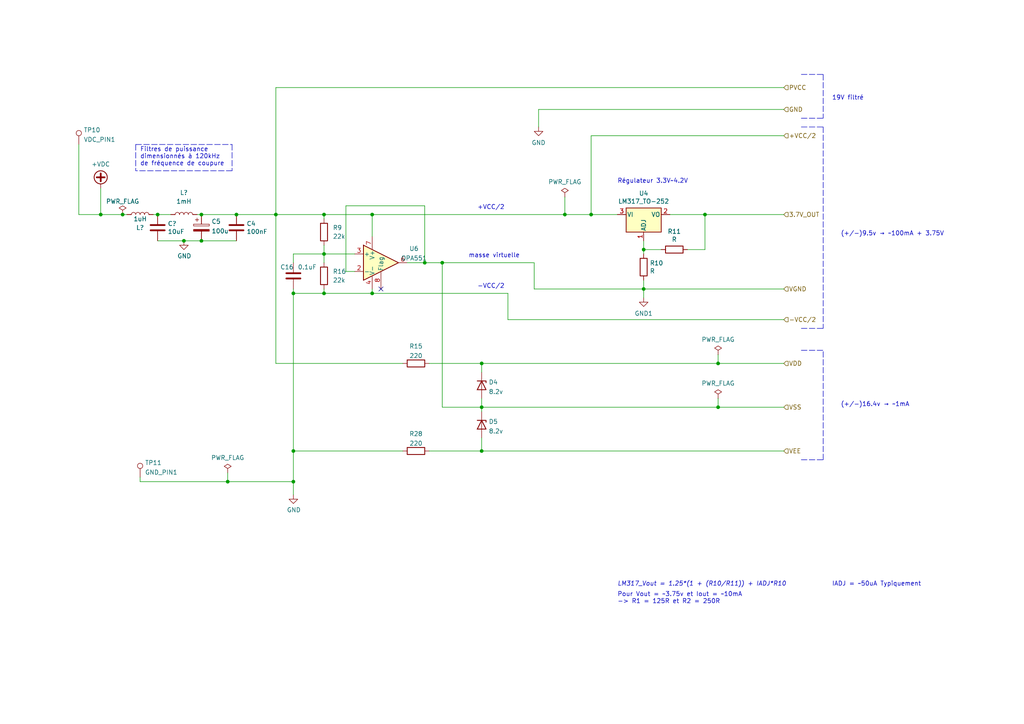
<source format=kicad_sch>
(kicad_sch (version 20211123) (generator eeschema)

  (uuid c8a7af6e-c432-4fa3-91ee-c8bf0c5a9ebe)

  (paper "A4")

  (title_block
    (title "Embedded Speaker")
    (date "2022-01-24")
    (rev "1.8")
    (company "Université Paul Sabatier")
  )

  (lib_symbols
    (symbol "Amplifier_Operational:OPA552P" (pin_names (offset 0.127)) (in_bom yes) (on_board yes)
      (property "Reference" "U" (id 0) (at 5.08 7.62 0)
        (effects (font (size 1.27 1.27)) (justify left))
      )
      (property "Value" "OPA552P" (id 1) (at 5.08 5.08 0)
        (effects (font (size 1.27 1.27)) (justify left))
      )
      (property "Footprint" "Package_DIP:DIP-8_W7.62mm" (id 2) (at 5.08 -5.08 0)
        (effects (font (size 1.27 1.27)) (justify left) hide)
      )
      (property "Datasheet" "http://www.ti.com/lit/ds/symlink/opa552.pdf" (id 3) (at 31.75 -2.54 0)
        (effects (font (size 1.27 1.27)) hide)
      )
      (property "ki_keywords" "single opamp" (id 4) (at 0 0 0)
        (effects (font (size 1.27 1.27)) hide)
      )
      (property "ki_description" "High-Voltage High-Current Operational Amplifier, bandwidth 12MHz, slew-rate 24V/us, DIP-8" (id 5) (at 0 0 0)
        (effects (font (size 1.27 1.27)) hide)
      )
      (property "ki_fp_filters" "DIP*W7.62mm*" (id 6) (at 0 0 0)
        (effects (font (size 1.27 1.27)) hide)
      )
      (symbol "OPA552P_1_1"
        (polyline
          (pts
            (xy -5.08 5.08)
            (xy 5.08 0)
            (xy -5.08 -5.08)
            (xy -5.08 5.08)
          )
          (stroke (width 0.254) (type default) (color 0 0 0 0))
          (fill (type background))
        )
        (pin no_connect line (at 0 2.54 270) (length 3.81) hide
          (name "NC" (effects (font (size 0.508 0.508))))
          (number "1" (effects (font (size 1.27 1.27))))
        )
        (pin input line (at -7.62 -2.54 0) (length 2.54)
          (name "-" (effects (font (size 1.27 1.27))))
          (number "2" (effects (font (size 1.27 1.27))))
        )
        (pin input line (at -7.62 2.54 0) (length 2.54)
          (name "+" (effects (font (size 1.27 1.27))))
          (number "3" (effects (font (size 1.27 1.27))))
        )
        (pin power_in line (at -2.54 -7.62 90) (length 3.81)
          (name "V-" (effects (font (size 1.27 1.27))))
          (number "4" (effects (font (size 1.27 1.27))))
        )
        (pin no_connect line (at 0 -2.54 90) (length 3.81) hide
          (name "NC" (effects (font (size 0.508 0.508))))
          (number "5" (effects (font (size 1.27 1.27))))
        )
        (pin output line (at 7.62 0 180) (length 2.54)
          (name "~" (effects (font (size 1.27 1.27))))
          (number "6" (effects (font (size 1.27 1.27))))
        )
        (pin power_in line (at -2.54 7.62 270) (length 3.81)
          (name "V+" (effects (font (size 1.27 1.27))))
          (number "7" (effects (font (size 1.27 1.27))))
        )
        (pin output line (at 0 -7.62 90) (length 5.08)
          (name "Flag" (effects (font (size 1.27 1.27))))
          (number "8" (effects (font (size 1.27 1.27))))
        )
      )
    )
    (symbol "Connector:TestPoint" (pin_numbers hide) (pin_names (offset 0.762) hide) (in_bom yes) (on_board yes)
      (property "Reference" "TP" (id 0) (at 0 6.858 0)
        (effects (font (size 1.27 1.27)))
      )
      (property "Value" "TestPoint" (id 1) (at 0 5.08 0)
        (effects (font (size 1.27 1.27)))
      )
      (property "Footprint" "" (id 2) (at 5.08 0 0)
        (effects (font (size 1.27 1.27)) hide)
      )
      (property "Datasheet" "~" (id 3) (at 5.08 0 0)
        (effects (font (size 1.27 1.27)) hide)
      )
      (property "ki_keywords" "test point tp" (id 4) (at 0 0 0)
        (effects (font (size 1.27 1.27)) hide)
      )
      (property "ki_description" "test point" (id 5) (at 0 0 0)
        (effects (font (size 1.27 1.27)) hide)
      )
      (property "ki_fp_filters" "Pin* Test*" (id 6) (at 0 0 0)
        (effects (font (size 1.27 1.27)) hide)
      )
      (symbol "TestPoint_0_1"
        (circle (center 0 3.302) (radius 0.762)
          (stroke (width 0) (type default) (color 0 0 0 0))
          (fill (type none))
        )
      )
      (symbol "TestPoint_1_1"
        (pin passive line (at 0 0 90) (length 2.54)
          (name "1" (effects (font (size 1.27 1.27))))
          (number "1" (effects (font (size 1.27 1.27))))
        )
      )
    )
    (symbol "Device:C" (pin_numbers hide) (pin_names (offset 0.254)) (in_bom yes) (on_board yes)
      (property "Reference" "C" (id 0) (at 0.635 2.54 0)
        (effects (font (size 1.27 1.27)) (justify left))
      )
      (property "Value" "C" (id 1) (at 0.635 -2.54 0)
        (effects (font (size 1.27 1.27)) (justify left))
      )
      (property "Footprint" "" (id 2) (at 0.9652 -3.81 0)
        (effects (font (size 1.27 1.27)) hide)
      )
      (property "Datasheet" "~" (id 3) (at 0 0 0)
        (effects (font (size 1.27 1.27)) hide)
      )
      (property "ki_keywords" "cap capacitor" (id 4) (at 0 0 0)
        (effects (font (size 1.27 1.27)) hide)
      )
      (property "ki_description" "Unpolarized capacitor" (id 5) (at 0 0 0)
        (effects (font (size 1.27 1.27)) hide)
      )
      (property "ki_fp_filters" "C_*" (id 6) (at 0 0 0)
        (effects (font (size 1.27 1.27)) hide)
      )
      (symbol "C_0_1"
        (polyline
          (pts
            (xy -2.032 -0.762)
            (xy 2.032 -0.762)
          )
          (stroke (width 0.508) (type default) (color 0 0 0 0))
          (fill (type none))
        )
        (polyline
          (pts
            (xy -2.032 0.762)
            (xy 2.032 0.762)
          )
          (stroke (width 0.508) (type default) (color 0 0 0 0))
          (fill (type none))
        )
      )
      (symbol "C_1_1"
        (pin passive line (at 0 3.81 270) (length 2.794)
          (name "~" (effects (font (size 1.27 1.27))))
          (number "1" (effects (font (size 1.27 1.27))))
        )
        (pin passive line (at 0 -3.81 90) (length 2.794)
          (name "~" (effects (font (size 1.27 1.27))))
          (number "2" (effects (font (size 1.27 1.27))))
        )
      )
    )
    (symbol "Device:C_Polarized" (pin_numbers hide) (pin_names (offset 0.254)) (in_bom yes) (on_board yes)
      (property "Reference" "C" (id 0) (at 0.635 2.54 0)
        (effects (font (size 1.27 1.27)) (justify left))
      )
      (property "Value" "C_Polarized" (id 1) (at 0.635 -2.54 0)
        (effects (font (size 1.27 1.27)) (justify left))
      )
      (property "Footprint" "" (id 2) (at 0.9652 -3.81 0)
        (effects (font (size 1.27 1.27)) hide)
      )
      (property "Datasheet" "~" (id 3) (at 0 0 0)
        (effects (font (size 1.27 1.27)) hide)
      )
      (property "ki_keywords" "cap capacitor" (id 4) (at 0 0 0)
        (effects (font (size 1.27 1.27)) hide)
      )
      (property "ki_description" "Polarized capacitor" (id 5) (at 0 0 0)
        (effects (font (size 1.27 1.27)) hide)
      )
      (property "ki_fp_filters" "CP_*" (id 6) (at 0 0 0)
        (effects (font (size 1.27 1.27)) hide)
      )
      (symbol "C_Polarized_0_1"
        (rectangle (start -2.286 0.508) (end 2.286 1.016)
          (stroke (width 0) (type default) (color 0 0 0 0))
          (fill (type none))
        )
        (polyline
          (pts
            (xy -1.778 2.286)
            (xy -0.762 2.286)
          )
          (stroke (width 0) (type default) (color 0 0 0 0))
          (fill (type none))
        )
        (polyline
          (pts
            (xy -1.27 2.794)
            (xy -1.27 1.778)
          )
          (stroke (width 0) (type default) (color 0 0 0 0))
          (fill (type none))
        )
        (rectangle (start 2.286 -0.508) (end -2.286 -1.016)
          (stroke (width 0) (type default) (color 0 0 0 0))
          (fill (type outline))
        )
      )
      (symbol "C_Polarized_1_1"
        (pin passive line (at 0 3.81 270) (length 2.794)
          (name "~" (effects (font (size 1.27 1.27))))
          (number "1" (effects (font (size 1.27 1.27))))
        )
        (pin passive line (at 0 -3.81 90) (length 2.794)
          (name "~" (effects (font (size 1.27 1.27))))
          (number "2" (effects (font (size 1.27 1.27))))
        )
      )
    )
    (symbol "Device:D_Zener" (pin_numbers hide) (pin_names (offset 1.016) hide) (in_bom yes) (on_board yes)
      (property "Reference" "D" (id 0) (at 0 2.54 0)
        (effects (font (size 1.27 1.27)))
      )
      (property "Value" "D_Zener" (id 1) (at 0 -2.54 0)
        (effects (font (size 1.27 1.27)))
      )
      (property "Footprint" "" (id 2) (at 0 0 0)
        (effects (font (size 1.27 1.27)) hide)
      )
      (property "Datasheet" "~" (id 3) (at 0 0 0)
        (effects (font (size 1.27 1.27)) hide)
      )
      (property "ki_keywords" "diode" (id 4) (at 0 0 0)
        (effects (font (size 1.27 1.27)) hide)
      )
      (property "ki_description" "Zener diode" (id 5) (at 0 0 0)
        (effects (font (size 1.27 1.27)) hide)
      )
      (property "ki_fp_filters" "TO-???* *_Diode_* *SingleDiode* D_*" (id 6) (at 0 0 0)
        (effects (font (size 1.27 1.27)) hide)
      )
      (symbol "D_Zener_0_1"
        (polyline
          (pts
            (xy 1.27 0)
            (xy -1.27 0)
          )
          (stroke (width 0) (type default) (color 0 0 0 0))
          (fill (type none))
        )
        (polyline
          (pts
            (xy -1.27 -1.27)
            (xy -1.27 1.27)
            (xy -0.762 1.27)
          )
          (stroke (width 0.254) (type default) (color 0 0 0 0))
          (fill (type none))
        )
        (polyline
          (pts
            (xy 1.27 -1.27)
            (xy 1.27 1.27)
            (xy -1.27 0)
            (xy 1.27 -1.27)
          )
          (stroke (width 0.254) (type default) (color 0 0 0 0))
          (fill (type none))
        )
      )
      (symbol "D_Zener_1_1"
        (pin passive line (at -3.81 0 0) (length 2.54)
          (name "K" (effects (font (size 1.27 1.27))))
          (number "1" (effects (font (size 1.27 1.27))))
        )
        (pin passive line (at 3.81 0 180) (length 2.54)
          (name "A" (effects (font (size 1.27 1.27))))
          (number "2" (effects (font (size 1.27 1.27))))
        )
      )
    )
    (symbol "Device:L" (pin_numbers hide) (pin_names (offset 1.016) hide) (in_bom yes) (on_board yes)
      (property "Reference" "L" (id 0) (at -1.27 0 90)
        (effects (font (size 1.27 1.27)))
      )
      (property "Value" "L" (id 1) (at 1.905 0 90)
        (effects (font (size 1.27 1.27)))
      )
      (property "Footprint" "" (id 2) (at 0 0 0)
        (effects (font (size 1.27 1.27)) hide)
      )
      (property "Datasheet" "~" (id 3) (at 0 0 0)
        (effects (font (size 1.27 1.27)) hide)
      )
      (property "ki_keywords" "inductor choke coil reactor magnetic" (id 4) (at 0 0 0)
        (effects (font (size 1.27 1.27)) hide)
      )
      (property "ki_description" "Inductor" (id 5) (at 0 0 0)
        (effects (font (size 1.27 1.27)) hide)
      )
      (property "ki_fp_filters" "Choke_* *Coil* Inductor_* L_*" (id 6) (at 0 0 0)
        (effects (font (size 1.27 1.27)) hide)
      )
      (symbol "L_0_1"
        (arc (start 0 -2.54) (mid 0.635 -1.905) (end 0 -1.27)
          (stroke (width 0) (type default) (color 0 0 0 0))
          (fill (type none))
        )
        (arc (start 0 -1.27) (mid 0.635 -0.635) (end 0 0)
          (stroke (width 0) (type default) (color 0 0 0 0))
          (fill (type none))
        )
        (arc (start 0 0) (mid 0.635 0.635) (end 0 1.27)
          (stroke (width 0) (type default) (color 0 0 0 0))
          (fill (type none))
        )
        (arc (start 0 1.27) (mid 0.635 1.905) (end 0 2.54)
          (stroke (width 0) (type default) (color 0 0 0 0))
          (fill (type none))
        )
      )
      (symbol "L_1_1"
        (pin passive line (at 0 3.81 270) (length 1.27)
          (name "1" (effects (font (size 1.27 1.27))))
          (number "1" (effects (font (size 1.27 1.27))))
        )
        (pin passive line (at 0 -3.81 90) (length 1.27)
          (name "2" (effects (font (size 1.27 1.27))))
          (number "2" (effects (font (size 1.27 1.27))))
        )
      )
    )
    (symbol "Device:R" (pin_numbers hide) (pin_names (offset 0)) (in_bom yes) (on_board yes)
      (property "Reference" "R" (id 0) (at 2.032 0 90)
        (effects (font (size 1.27 1.27)))
      )
      (property "Value" "R" (id 1) (at 0 0 90)
        (effects (font (size 1.27 1.27)))
      )
      (property "Footprint" "" (id 2) (at -1.778 0 90)
        (effects (font (size 1.27 1.27)) hide)
      )
      (property "Datasheet" "~" (id 3) (at 0 0 0)
        (effects (font (size 1.27 1.27)) hide)
      )
      (property "ki_keywords" "R res resistor" (id 4) (at 0 0 0)
        (effects (font (size 1.27 1.27)) hide)
      )
      (property "ki_description" "Resistor" (id 5) (at 0 0 0)
        (effects (font (size 1.27 1.27)) hide)
      )
      (property "ki_fp_filters" "R_*" (id 6) (at 0 0 0)
        (effects (font (size 1.27 1.27)) hide)
      )
      (symbol "R_0_1"
        (rectangle (start -1.016 -2.54) (end 1.016 2.54)
          (stroke (width 0.254) (type default) (color 0 0 0 0))
          (fill (type none))
        )
      )
      (symbol "R_1_1"
        (pin passive line (at 0 3.81 270) (length 1.27)
          (name "~" (effects (font (size 1.27 1.27))))
          (number "1" (effects (font (size 1.27 1.27))))
        )
        (pin passive line (at 0 -3.81 90) (length 1.27)
          (name "~" (effects (font (size 1.27 1.27))))
          (number "2" (effects (font (size 1.27 1.27))))
        )
      )
    )
    (symbol "Regulator_Linear:LM317_TO-252" (pin_names (offset 0.254)) (in_bom yes) (on_board yes)
      (property "Reference" "U" (id 0) (at -3.81 3.175 0)
        (effects (font (size 1.27 1.27)))
      )
      (property "Value" "LM317_TO-252" (id 1) (at 0 3.175 0)
        (effects (font (size 1.27 1.27)) (justify left))
      )
      (property "Footprint" "Package_TO_SOT_SMD:TO-252-2" (id 2) (at 0 6.35 0)
        (effects (font (size 1.27 1.27) italic) hide)
      )
      (property "Datasheet" "http://www.ti.com/lit/ds/snvs774n/snvs774n.pdf" (id 3) (at 0 0 0)
        (effects (font (size 1.27 1.27)) hide)
      )
      (property "ki_keywords" "Adjustable Voltage Regulator 1A Positive" (id 4) (at 0 0 0)
        (effects (font (size 1.27 1.27)) hide)
      )
      (property "ki_description" "1.5A 35V Adjustable Linear Regulator, TO-252" (id 5) (at 0 0 0)
        (effects (font (size 1.27 1.27)) hide)
      )
      (property "ki_fp_filters" "TO?252*" (id 6) (at 0 0 0)
        (effects (font (size 1.27 1.27)) hide)
      )
      (symbol "LM317_TO-252_0_1"
        (rectangle (start -5.08 1.905) (end 5.08 -5.08)
          (stroke (width 0.254) (type default) (color 0 0 0 0))
          (fill (type background))
        )
      )
      (symbol "LM317_TO-252_1_1"
        (pin input line (at 0 -7.62 90) (length 2.54)
          (name "ADJ" (effects (font (size 1.27 1.27))))
          (number "1" (effects (font (size 1.27 1.27))))
        )
        (pin power_out line (at 7.62 0 180) (length 2.54)
          (name "VO" (effects (font (size 1.27 1.27))))
          (number "2" (effects (font (size 1.27 1.27))))
        )
        (pin power_in line (at -7.62 0 0) (length 2.54)
          (name "VI" (effects (font (size 1.27 1.27))))
          (number "3" (effects (font (size 1.27 1.27))))
        )
      )
    )
    (symbol "power:+VDC" (power) (pin_names (offset 0)) (in_bom yes) (on_board yes)
      (property "Reference" "#PWR" (id 0) (at 0 -2.54 0)
        (effects (font (size 1.27 1.27)) hide)
      )
      (property "Value" "+VDC" (id 1) (at 0 6.35 0)
        (effects (font (size 1.27 1.27)))
      )
      (property "Footprint" "" (id 2) (at 0 0 0)
        (effects (font (size 1.27 1.27)) hide)
      )
      (property "Datasheet" "" (id 3) (at 0 0 0)
        (effects (font (size 1.27 1.27)) hide)
      )
      (property "ki_keywords" "power-flag" (id 4) (at 0 0 0)
        (effects (font (size 1.27 1.27)) hide)
      )
      (property "ki_description" "Power symbol creates a global label with name \"+VDC\"" (id 5) (at 0 0 0)
        (effects (font (size 1.27 1.27)) hide)
      )
      (symbol "+VDC_0_1"
        (polyline
          (pts
            (xy -1.143 3.175)
            (xy 1.143 3.175)
          )
          (stroke (width 0.508) (type default) (color 0 0 0 0))
          (fill (type none))
        )
        (polyline
          (pts
            (xy 0 0)
            (xy 0 1.27)
          )
          (stroke (width 0) (type default) (color 0 0 0 0))
          (fill (type none))
        )
        (polyline
          (pts
            (xy 0 2.032)
            (xy 0 4.318)
          )
          (stroke (width 0.508) (type default) (color 0 0 0 0))
          (fill (type none))
        )
        (circle (center 0 3.175) (radius 1.905)
          (stroke (width 0.254) (type default) (color 0 0 0 0))
          (fill (type none))
        )
      )
      (symbol "+VDC_1_1"
        (pin power_in line (at 0 0 90) (length 0) hide
          (name "+VDC" (effects (font (size 1.27 1.27))))
          (number "1" (effects (font (size 1.27 1.27))))
        )
      )
    )
    (symbol "power:GND" (power) (pin_names (offset 0)) (in_bom yes) (on_board yes)
      (property "Reference" "#PWR" (id 0) (at 0 -6.35 0)
        (effects (font (size 1.27 1.27)) hide)
      )
      (property "Value" "GND" (id 1) (at 0 -3.81 0)
        (effects (font (size 1.27 1.27)))
      )
      (property "Footprint" "" (id 2) (at 0 0 0)
        (effects (font (size 1.27 1.27)) hide)
      )
      (property "Datasheet" "" (id 3) (at 0 0 0)
        (effects (font (size 1.27 1.27)) hide)
      )
      (property "ki_keywords" "power-flag" (id 4) (at 0 0 0)
        (effects (font (size 1.27 1.27)) hide)
      )
      (property "ki_description" "Power symbol creates a global label with name \"GND\" , ground" (id 5) (at 0 0 0)
        (effects (font (size 1.27 1.27)) hide)
      )
      (symbol "GND_0_1"
        (polyline
          (pts
            (xy 0 0)
            (xy 0 -1.27)
            (xy 1.27 -1.27)
            (xy 0 -2.54)
            (xy -1.27 -1.27)
            (xy 0 -1.27)
          )
          (stroke (width 0) (type default) (color 0 0 0 0))
          (fill (type none))
        )
      )
      (symbol "GND_1_1"
        (pin power_in line (at 0 0 270) (length 0) hide
          (name "GND" (effects (font (size 1.27 1.27))))
          (number "1" (effects (font (size 1.27 1.27))))
        )
      )
    )
    (symbol "power:GND1" (power) (pin_names (offset 0)) (in_bom yes) (on_board yes)
      (property "Reference" "#PWR" (id 0) (at 0 -6.35 0)
        (effects (font (size 1.27 1.27)) hide)
      )
      (property "Value" "GND1" (id 1) (at 0 -3.81 0)
        (effects (font (size 1.27 1.27)))
      )
      (property "Footprint" "" (id 2) (at 0 0 0)
        (effects (font (size 1.27 1.27)) hide)
      )
      (property "Datasheet" "" (id 3) (at 0 0 0)
        (effects (font (size 1.27 1.27)) hide)
      )
      (property "ki_keywords" "power-flag" (id 4) (at 0 0 0)
        (effects (font (size 1.27 1.27)) hide)
      )
      (property "ki_description" "Power symbol creates a global label with name \"GND1\" , ground" (id 5) (at 0 0 0)
        (effects (font (size 1.27 1.27)) hide)
      )
      (symbol "GND1_0_1"
        (polyline
          (pts
            (xy 0 0)
            (xy 0 -1.27)
            (xy 1.27 -1.27)
            (xy 0 -2.54)
            (xy -1.27 -1.27)
            (xy 0 -1.27)
          )
          (stroke (width 0) (type default) (color 0 0 0 0))
          (fill (type none))
        )
      )
      (symbol "GND1_1_1"
        (pin power_in line (at 0 0 270) (length 0) hide
          (name "GND1" (effects (font (size 1.27 1.27))))
          (number "1" (effects (font (size 1.27 1.27))))
        )
      )
    )
    (symbol "power:PWR_FLAG" (power) (pin_numbers hide) (pin_names (offset 0) hide) (in_bom yes) (on_board yes)
      (property "Reference" "#FLG" (id 0) (at 0 1.905 0)
        (effects (font (size 1.27 1.27)) hide)
      )
      (property "Value" "PWR_FLAG" (id 1) (at 0 3.81 0)
        (effects (font (size 1.27 1.27)))
      )
      (property "Footprint" "" (id 2) (at 0 0 0)
        (effects (font (size 1.27 1.27)) hide)
      )
      (property "Datasheet" "~" (id 3) (at 0 0 0)
        (effects (font (size 1.27 1.27)) hide)
      )
      (property "ki_keywords" "power-flag" (id 4) (at 0 0 0)
        (effects (font (size 1.27 1.27)) hide)
      )
      (property "ki_description" "Special symbol for telling ERC where power comes from" (id 5) (at 0 0 0)
        (effects (font (size 1.27 1.27)) hide)
      )
      (symbol "PWR_FLAG_0_0"
        (pin power_out line (at 0 0 90) (length 0)
          (name "pwr" (effects (font (size 1.27 1.27))))
          (number "1" (effects (font (size 1.27 1.27))))
        )
      )
      (symbol "PWR_FLAG_0_1"
        (polyline
          (pts
            (xy 0 0)
            (xy 0 1.27)
            (xy -1.016 1.905)
            (xy 0 2.54)
            (xy 1.016 1.905)
            (xy 0 1.27)
          )
          (stroke (width 0) (type default) (color 0 0 0 0))
          (fill (type none))
        )
      )
    )
  )

  (junction (at 35.56 62.23) (diameter 0) (color 0 0 0 0)
    (uuid 08376589-386d-4425-b69d-aef8c1259508)
  )
  (junction (at 53.34 69.85) (diameter 0) (color 0 0 0 0)
    (uuid 0bac75f7-c3c3-497e-ba7f-78f366e52603)
  )
  (junction (at 208.28 118.11) (diameter 0) (color 0 0 0 0)
    (uuid 10ef8202-184b-444a-93e8-2fd1033de018)
  )
  (junction (at 66.04 139.7) (diameter 0) (color 0 0 0 0)
    (uuid 1de864d6-a2da-46cc-a50c-0107163143d8)
  )
  (junction (at 58.42 62.23) (diameter 0) (color 0 0 0 0)
    (uuid 2afcbf67-620a-472a-964b-38242a5f2621)
  )
  (junction (at 58.42 69.85) (diameter 0) (color 0 0 0 0)
    (uuid 40076cc7-4cce-4984-a374-6b3d6cfe9afe)
  )
  (junction (at 208.28 105.41) (diameter 0) (color 0 0 0 0)
    (uuid 46634bf3-5250-43a0-b42b-611d6ead16bf)
  )
  (junction (at 186.69 83.82) (diameter 0) (color 0 0 0 0)
    (uuid 4cafb73d-1ad8-4d24-acf7-63d78095ae46)
  )
  (junction (at 85.09 130.81) (diameter 0) (color 0 0 0 0)
    (uuid 52e89b16-7f5e-4043-a339-8bd57df980f3)
  )
  (junction (at 93.98 85.09) (diameter 0) (color 0 0 0 0)
    (uuid 6476d90a-5bf0-430c-b5d7-994b7053f800)
  )
  (junction (at 29.21 62.23) (diameter 0) (color 0 0 0 0)
    (uuid 658f9c9b-eff9-4cd9-9f33-7c0279285343)
  )
  (junction (at 123.19 76.2) (diameter 0) (color 0 0 0 0)
    (uuid 6b6178a1-f80d-4c9c-bb20-aba6837e00ca)
  )
  (junction (at 163.83 62.23) (diameter 0) (color 0 0 0 0)
    (uuid 6f580eb1-88cc-489d-a7ca-9efa5e590715)
  )
  (junction (at 186.69 72.39) (diameter 0) (color 0 0 0 0)
    (uuid 713e0777-58b2-4487-baca-60d0ebed27c3)
  )
  (junction (at 93.98 62.23) (diameter 0) (color 0 0 0 0)
    (uuid 7a94e32d-0994-40d7-90ff-a8949a23d6a9)
  )
  (junction (at 107.95 62.23) (diameter 0) (color 0 0 0 0)
    (uuid 7fff9aa3-f58a-4367-8fbf-e2c850b97009)
  )
  (junction (at 128.27 76.2) (diameter 0) (color 0 0 0 0)
    (uuid 8e13f143-cab7-498f-a48a-ed2845d45b93)
  )
  (junction (at 85.09 85.09) (diameter 0) (color 0 0 0 0)
    (uuid 9006b172-4c3d-415b-85a5-99635b5afe48)
  )
  (junction (at 80.01 62.23) (diameter 0) (color 0 0 0 0)
    (uuid 90a79c1e-4c0a-407c-8c8e-4b250cd2614b)
  )
  (junction (at 68.58 62.23) (diameter 0) (color 0 0 0 0)
    (uuid 9af9b1e1-1728-4984-b7e0-ab05d56205f6)
  )
  (junction (at 85.09 139.7) (diameter 0) (color 0 0 0 0)
    (uuid aa29e5e3-ee78-45b1-b966-a9a1566c8ad6)
  )
  (junction (at 45.72 62.23) (diameter 0) (color 0 0 0 0)
    (uuid b7e37c79-eadf-4f88-aeb7-8f92dd2654bf)
  )
  (junction (at 93.98 73.66) (diameter 0) (color 0 0 0 0)
    (uuid b8d7577c-c253-48ad-beac-0e54e0a81789)
  )
  (junction (at 139.7 105.41) (diameter 0) (color 0 0 0 0)
    (uuid bfb778ff-7a63-4142-9c33-91dcb26ca056)
  )
  (junction (at 139.7 118.11) (diameter 0) (color 0 0 0 0)
    (uuid ee3d849b-7a83-41ff-bc5d-77754b2b792e)
  )
  (junction (at 171.45 62.23) (diameter 0) (color 0 0 0 0)
    (uuid f4b48154-85e0-43ba-990c-c42bf7a28b7d)
  )
  (junction (at 139.7 130.81) (diameter 0) (color 0 0 0 0)
    (uuid f5b3a8cb-2ee6-45a9-83d7-68661da814fe)
  )
  (junction (at 107.95 85.09) (diameter 0) (color 0 0 0 0)
    (uuid f6425b8a-4d18-456b-846b-166f8da73af6)
  )
  (junction (at 204.47 62.23) (diameter 0) (color 0 0 0 0)
    (uuid f988d6ea-11c5-4837-b1d1-5c292ded50c6)
  )

  (no_connect (at 110.49 83.82) (uuid b3f8f4e0-e018-4701-9ee4-fc1092a0a74e))

  (polyline (pts (xy 39.37 41.91) (xy 39.37 49.53))
    (stroke (width 0) (type default) (color 0 0 0 0))
    (uuid 00734b2e-fd6e-4ed2-a472-d014a1807857)
  )

  (wire (pts (xy 186.69 83.82) (xy 186.69 86.36))
    (stroke (width 0) (type default) (color 0 0 0 0))
    (uuid 01a662f7-6cc5-4954-978c-538e90239add)
  )
  (wire (pts (xy 53.34 69.85) (xy 58.42 69.85))
    (stroke (width 0) (type default) (color 0 0 0 0))
    (uuid 05c7b6e3-6292-4cc3-a339-5e63b9d31baf)
  )
  (wire (pts (xy 186.69 69.85) (xy 186.69 72.39))
    (stroke (width 0) (type default) (color 0 0 0 0))
    (uuid 05f2859d-2820-4e84-b395-696011feb13b)
  )
  (wire (pts (xy 139.7 130.81) (xy 124.46 130.81))
    (stroke (width 0) (type default) (color 0 0 0 0))
    (uuid 0eac42e1-32eb-4579-8622-1e7e0d019d72)
  )
  (wire (pts (xy 85.09 85.09) (xy 93.98 85.09))
    (stroke (width 0) (type default) (color 0 0 0 0))
    (uuid 13ac579e-2dda-406a-b741-9665fc54adaa)
  )
  (wire (pts (xy 29.21 62.23) (xy 35.56 62.23))
    (stroke (width 0) (type default) (color 0 0 0 0))
    (uuid 142dd724-2a9f-4eea-ab21-209b1bc7ec65)
  )
  (wire (pts (xy 80.01 105.41) (xy 116.84 105.41))
    (stroke (width 0) (type default) (color 0 0 0 0))
    (uuid 18669a30-107a-41f5-ad43-0d6e0482cd48)
  )
  (wire (pts (xy 128.27 76.2) (xy 154.94 76.2))
    (stroke (width 0) (type default) (color 0 0 0 0))
    (uuid 1f7eb7cb-28ab-4e8d-81e9-f3ee69c99bee)
  )
  (wire (pts (xy 139.7 118.11) (xy 139.7 119.38))
    (stroke (width 0) (type default) (color 0 0 0 0))
    (uuid 1f81157a-54fc-4d14-9222-ed66d9b3bb0d)
  )
  (wire (pts (xy 107.95 85.09) (xy 147.32 85.09))
    (stroke (width 0) (type default) (color 0 0 0 0))
    (uuid 215ebf72-a00d-41e4-96a1-09e4188ab037)
  )
  (wire (pts (xy 194.31 62.23) (xy 204.47 62.23))
    (stroke (width 0) (type default) (color 0 0 0 0))
    (uuid 25bc3602-3fb4-4a04-94e3-21ba22562c24)
  )
  (wire (pts (xy 68.58 62.23) (xy 80.01 62.23))
    (stroke (width 0) (type default) (color 0 0 0 0))
    (uuid 277c82ff-1414-40e2-a690-c93609079dd2)
  )
  (wire (pts (xy 80.01 25.4) (xy 227.33 25.4))
    (stroke (width 0) (type default) (color 0 0 0 0))
    (uuid 2a2e6c6d-2a69-486f-8efe-986480cab273)
  )
  (wire (pts (xy 139.7 105.41) (xy 139.7 107.95))
    (stroke (width 0) (type default) (color 0 0 0 0))
    (uuid 361d3933-62fa-489a-a959-a15d866a5150)
  )
  (wire (pts (xy 85.09 85.09) (xy 85.09 130.81))
    (stroke (width 0) (type default) (color 0 0 0 0))
    (uuid 391be5d6-f9a7-437d-8753-db2096fe48d5)
  )
  (wire (pts (xy 85.09 76.2) (xy 85.09 73.66))
    (stroke (width 0) (type default) (color 0 0 0 0))
    (uuid 3967095e-ec09-40f3-af0d-8fba40be2a5a)
  )
  (wire (pts (xy 93.98 73.66) (xy 102.87 73.66))
    (stroke (width 0) (type default) (color 0 0 0 0))
    (uuid 3b059add-6b7c-49b5-9539-7e20b918548e)
  )
  (wire (pts (xy 85.09 130.81) (xy 85.09 139.7))
    (stroke (width 0) (type default) (color 0 0 0 0))
    (uuid 3fff1dae-b3a4-4f65-b2a4-cc6a30724be0)
  )
  (wire (pts (xy 58.42 62.23) (xy 68.58 62.23))
    (stroke (width 0) (type default) (color 0 0 0 0))
    (uuid 45816a4e-b9bc-4c5f-9244-9c781bfab415)
  )
  (polyline (pts (xy 232.41 36.83) (xy 238.76 36.83))
    (stroke (width 0) (type default) (color 0 0 0 0))
    (uuid 46c8228d-0829-469b-a949-75694d342015)
  )

  (wire (pts (xy 154.94 83.82) (xy 186.69 83.82))
    (stroke (width 0) (type default) (color 0 0 0 0))
    (uuid 49575217-40b0-4890-8acf-12982cca52b5)
  )
  (wire (pts (xy 171.45 39.37) (xy 227.33 39.37))
    (stroke (width 0) (type default) (color 0 0 0 0))
    (uuid 4b866b70-d113-4a69-976c-f8bad49b0093)
  )
  (wire (pts (xy 80.01 25.4) (xy 80.01 62.23))
    (stroke (width 0) (type default) (color 0 0 0 0))
    (uuid 4cc1cea3-2f31-4537-b43f-d5d31583f485)
  )
  (wire (pts (xy 186.69 72.39) (xy 186.69 73.66))
    (stroke (width 0) (type default) (color 0 0 0 0))
    (uuid 576f00e6-a1be-45d3-9b93-e26d9e0fe306)
  )
  (wire (pts (xy 29.21 54.61) (xy 29.21 62.23))
    (stroke (width 0) (type default) (color 0 0 0 0))
    (uuid 5889287d-b845-4684-b23e-663811b25d27)
  )
  (wire (pts (xy 45.72 62.23) (xy 49.53 62.23))
    (stroke (width 0) (type default) (color 0 0 0 0))
    (uuid 59f150de-2f6c-48c6-9cf5-b92bbea52b2b)
  )
  (wire (pts (xy 85.09 130.81) (xy 116.84 130.81))
    (stroke (width 0) (type default) (color 0 0 0 0))
    (uuid 5a508534-461e-400b-a788-d4b3b4796d09)
  )
  (wire (pts (xy 107.95 62.23) (xy 163.83 62.23))
    (stroke (width 0) (type default) (color 0 0 0 0))
    (uuid 5ce5b489-dec9-4420-9570-880d57649895)
  )
  (wire (pts (xy 227.33 31.75) (xy 156.21 31.75))
    (stroke (width 0) (type default) (color 0 0 0 0))
    (uuid 5d80120c-9f6a-4425-9f06-4adb465fe37f)
  )
  (polyline (pts (xy 238.76 36.83) (xy 238.76 95.25))
    (stroke (width 0) (type default) (color 0 0 0 0))
    (uuid 5fa3d2a6-00b7-4ced-99bf-8b13d7309c92)
  )

  (wire (pts (xy 147.32 92.71) (xy 227.33 92.71))
    (stroke (width 0) (type default) (color 0 0 0 0))
    (uuid 657ff43e-ff26-4d7f-ba5d-dcbddb633a24)
  )
  (polyline (pts (xy 67.31 41.91) (xy 67.31 49.53))
    (stroke (width 0) (type default) (color 0 0 0 0))
    (uuid 65afbc6d-ea0a-4516-8034-3f8a06f87745)
  )

  (wire (pts (xy 139.7 115.57) (xy 139.7 118.11))
    (stroke (width 0) (type default) (color 0 0 0 0))
    (uuid 661997b6-f4d8-439f-aed1-1b84a984e69e)
  )
  (wire (pts (xy 154.94 76.2) (xy 154.94 83.82))
    (stroke (width 0) (type default) (color 0 0 0 0))
    (uuid 67bd47e8-af67-472b-b645-49bed30d5f1a)
  )
  (wire (pts (xy 22.86 62.23) (xy 29.21 62.23))
    (stroke (width 0) (type default) (color 0 0 0 0))
    (uuid 67f98e43-7cf3-45e0-b1b8-43be153fdc1d)
  )
  (wire (pts (xy 66.04 137.16) (xy 66.04 139.7))
    (stroke (width 0) (type default) (color 0 0 0 0))
    (uuid 69ee04e9-166c-455d-ae26-4f00dbb8362a)
  )
  (wire (pts (xy 100.33 78.74) (xy 100.33 59.69))
    (stroke (width 0) (type default) (color 0 0 0 0))
    (uuid 6cb264e9-a49e-4c5d-aadc-5b921358cbbb)
  )
  (wire (pts (xy 93.98 85.09) (xy 107.95 85.09))
    (stroke (width 0) (type default) (color 0 0 0 0))
    (uuid 6da82694-d845-4976-97a5-dbe30f8c7060)
  )
  (wire (pts (xy 80.01 62.23) (xy 93.98 62.23))
    (stroke (width 0) (type default) (color 0 0 0 0))
    (uuid 6f45126c-3f0d-4b47-a6cf-77115f17b8ed)
  )
  (polyline (pts (xy 238.76 21.59) (xy 238.76 34.29))
    (stroke (width 0) (type default) (color 0 0 0 0))
    (uuid 71279255-f60a-4fcf-aaea-6a4a53f4cef0)
  )

  (wire (pts (xy 22.86 41.91) (xy 22.86 62.23))
    (stroke (width 0) (type default) (color 0 0 0 0))
    (uuid 7515ef3f-3e19-47c5-bf6d-427eefc349af)
  )
  (wire (pts (xy 204.47 62.23) (xy 204.47 72.39))
    (stroke (width 0) (type default) (color 0 0 0 0))
    (uuid 7760a75a-d74b-4185-b34e-cbc7b2c339b6)
  )
  (wire (pts (xy 85.09 73.66) (xy 93.98 73.66))
    (stroke (width 0) (type default) (color 0 0 0 0))
    (uuid 77d641de-3dca-4d29-8dcf-677c7522cc15)
  )
  (wire (pts (xy 139.7 127) (xy 139.7 130.81))
    (stroke (width 0) (type default) (color 0 0 0 0))
    (uuid 7bf3f4e4-35f3-4ef0-8bb6-28e1c958d19a)
  )
  (wire (pts (xy 45.72 69.85) (xy 53.34 69.85))
    (stroke (width 0) (type default) (color 0 0 0 0))
    (uuid 7ed7459d-0a49-4167-8a7b-99f2bd32ca9e)
  )
  (polyline (pts (xy 232.41 133.35) (xy 238.76 133.35))
    (stroke (width 0) (type default) (color 0 0 0 0))
    (uuid 7fb6cb43-935b-453b-b113-9684596e8782)
  )
  (polyline (pts (xy 67.31 49.53) (xy 39.37 49.53))
    (stroke (width 0) (type default) (color 0 0 0 0))
    (uuid 8129a13c-5236-4d11-a180-dba021f015b0)
  )

  (wire (pts (xy 204.47 62.23) (xy 227.33 62.23))
    (stroke (width 0) (type default) (color 0 0 0 0))
    (uuid 874dd9ac-6139-4cb5-81f8-e09b9f53e954)
  )
  (wire (pts (xy 40.64 138.43) (xy 40.64 139.7))
    (stroke (width 0) (type default) (color 0 0 0 0))
    (uuid 8bd3db17-3134-4da7-8a7f-1c4b0f901ae5)
  )
  (wire (pts (xy 163.83 62.23) (xy 171.45 62.23))
    (stroke (width 0) (type default) (color 0 0 0 0))
    (uuid 90e761f6-1432-4f73-ad28-fa8869b7ec31)
  )
  (wire (pts (xy 57.15 62.23) (xy 58.42 62.23))
    (stroke (width 0) (type default) (color 0 0 0 0))
    (uuid 9491b4b5-ec13-42b1-a0d9-da2477c05b88)
  )
  (wire (pts (xy 93.98 73.66) (xy 93.98 76.2))
    (stroke (width 0) (type default) (color 0 0 0 0))
    (uuid 9508b92f-9219-4ad7-bace-a1fdfaf4ddcf)
  )
  (wire (pts (xy 35.56 62.23) (xy 36.83 62.23))
    (stroke (width 0) (type default) (color 0 0 0 0))
    (uuid 950bbccf-c1e4-402e-9bbb-66c778b274ac)
  )
  (wire (pts (xy 85.09 139.7) (xy 85.09 143.51))
    (stroke (width 0) (type default) (color 0 0 0 0))
    (uuid 9547e5d4-0670-4f97-a6a2-9a65b9193d6e)
  )
  (wire (pts (xy 208.28 115.57) (xy 208.28 118.11))
    (stroke (width 0) (type default) (color 0 0 0 0))
    (uuid 9dc09659-86f3-4e59-bddc-eb0a5f780ed9)
  )
  (wire (pts (xy 107.95 62.23) (xy 107.95 68.58))
    (stroke (width 0) (type default) (color 0 0 0 0))
    (uuid a186b065-16b3-44eb-aa44-0bc66a76d8c8)
  )
  (wire (pts (xy 139.7 105.41) (xy 208.28 105.41))
    (stroke (width 0) (type default) (color 0 0 0 0))
    (uuid a3c1d9bd-fc6b-4fe0-9325-cc61570f14e6)
  )
  (wire (pts (xy 139.7 130.81) (xy 227.33 130.81))
    (stroke (width 0) (type default) (color 0 0 0 0))
    (uuid a64bddec-ef96-4ae9-b8e4-567569acef32)
  )
  (polyline (pts (xy 232.41 34.29) (xy 238.76 34.29))
    (stroke (width 0) (type default) (color 0 0 0 0))
    (uuid a74d037b-d37c-4197-b67d-a7be66da1bf8)
  )

  (wire (pts (xy 191.77 72.39) (xy 186.69 72.39))
    (stroke (width 0) (type default) (color 0 0 0 0))
    (uuid a8fb8ee0-623f-4870-a716-ecc88f37ef9a)
  )
  (wire (pts (xy 208.28 102.87) (xy 208.28 105.41))
    (stroke (width 0) (type default) (color 0 0 0 0))
    (uuid acac6bea-9f1a-451b-a8f1-63c0aaa03662)
  )
  (wire (pts (xy 118.11 76.2) (xy 123.19 76.2))
    (stroke (width 0) (type default) (color 0 0 0 0))
    (uuid b1aebc9e-8a6a-4f13-b6ae-186847ec09a9)
  )
  (wire (pts (xy 208.28 118.11) (xy 227.33 118.11))
    (stroke (width 0) (type default) (color 0 0 0 0))
    (uuid b3fc8fd0-7310-49c9-b3ed-a4e2909032b9)
  )
  (wire (pts (xy 208.28 105.41) (xy 227.33 105.41))
    (stroke (width 0) (type default) (color 0 0 0 0))
    (uuid b7f7d5cc-8b5c-407b-b4fc-9240760378c8)
  )
  (polyline (pts (xy 232.41 95.25) (xy 238.76 95.25))
    (stroke (width 0) (type default) (color 0 0 0 0))
    (uuid b8813afc-e423-43bd-b036-17bd1ba115d2)
  )

  (wire (pts (xy 93.98 62.23) (xy 93.98 63.5))
    (stroke (width 0) (type default) (color 0 0 0 0))
    (uuid c0988c3d-45d4-4e5e-86db-5e6f725cee11)
  )
  (wire (pts (xy 204.47 72.39) (xy 199.39 72.39))
    (stroke (width 0) (type default) (color 0 0 0 0))
    (uuid c1bac86f-cbf6-4c5b-b60d-c26fa73d9c09)
  )
  (wire (pts (xy 100.33 78.74) (xy 102.87 78.74))
    (stroke (width 0) (type default) (color 0 0 0 0))
    (uuid c2c8ebac-895e-4ef2-a729-a7f25897c566)
  )
  (wire (pts (xy 139.7 118.11) (xy 128.27 118.11))
    (stroke (width 0) (type default) (color 0 0 0 0))
    (uuid c30d5a4c-0c46-4c5d-bdd0-49921d692539)
  )
  (wire (pts (xy 171.45 62.23) (xy 171.45 39.37))
    (stroke (width 0) (type default) (color 0 0 0 0))
    (uuid c696ed1e-2010-43d2-a57b-e5ad7a369c9c)
  )
  (wire (pts (xy 123.19 59.69) (xy 123.19 76.2))
    (stroke (width 0) (type default) (color 0 0 0 0))
    (uuid c6f643d0-65aa-4f21-9c8f-6891818a6c6e)
  )
  (wire (pts (xy 40.64 139.7) (xy 66.04 139.7))
    (stroke (width 0) (type default) (color 0 0 0 0))
    (uuid c713e2a8-52bd-4cb7-a130-4c6e25c8d882)
  )
  (polyline (pts (xy 238.76 133.35) (xy 238.76 101.6))
    (stroke (width 0) (type default) (color 0 0 0 0))
    (uuid cb836905-de48-4ef9-b5f7-b6c7697d7006)
  )
  (polyline (pts (xy 232.41 21.59) (xy 238.76 21.59))
    (stroke (width 0) (type default) (color 0 0 0 0))
    (uuid cd87a1b1-fca5-4340-9a9d-77d22de200f3)
  )

  (wire (pts (xy 93.98 62.23) (xy 107.95 62.23))
    (stroke (width 0) (type default) (color 0 0 0 0))
    (uuid ce1d3053-c8e0-42c8-a8b0-875f1b344b12)
  )
  (wire (pts (xy 186.69 83.82) (xy 227.33 83.82))
    (stroke (width 0) (type default) (color 0 0 0 0))
    (uuid cf0bbd0d-22ee-4ea7-9877-80945221f044)
  )
  (wire (pts (xy 123.19 76.2) (xy 128.27 76.2))
    (stroke (width 0) (type default) (color 0 0 0 0))
    (uuid d337ad34-ab8c-4047-8463-c1350341905e)
  )
  (wire (pts (xy 85.09 83.82) (xy 85.09 85.09))
    (stroke (width 0) (type default) (color 0 0 0 0))
    (uuid d3bc114e-cd3f-4ee1-b0e8-688f25ecf439)
  )
  (wire (pts (xy 163.83 57.15) (xy 163.83 62.23))
    (stroke (width 0) (type default) (color 0 0 0 0))
    (uuid d5685ba3-4617-4a5f-8d6a-9a35fa4e9c1e)
  )
  (wire (pts (xy 124.46 105.41) (xy 139.7 105.41))
    (stroke (width 0) (type default) (color 0 0 0 0))
    (uuid d56a86fa-565b-495d-963b-b2001aad8ca9)
  )
  (wire (pts (xy 171.45 62.23) (xy 179.07 62.23))
    (stroke (width 0) (type default) (color 0 0 0 0))
    (uuid d9f0f9aa-dcf2-41bc-9a83-1e2a14e5d850)
  )
  (wire (pts (xy 93.98 71.12) (xy 93.98 73.66))
    (stroke (width 0) (type default) (color 0 0 0 0))
    (uuid dca8cdb9-cb88-4b82-952f-47a8ccd40ea8)
  )
  (wire (pts (xy 139.7 118.11) (xy 208.28 118.11))
    (stroke (width 0) (type default) (color 0 0 0 0))
    (uuid dd6620fd-acc4-4313-b649-a79dd2e162bb)
  )
  (wire (pts (xy 93.98 83.82) (xy 93.98 85.09))
    (stroke (width 0) (type default) (color 0 0 0 0))
    (uuid ddc6cba1-168a-4485-aea2-4e55652896de)
  )
  (wire (pts (xy 156.21 31.75) (xy 156.21 36.83))
    (stroke (width 0) (type default) (color 0 0 0 0))
    (uuid e017b609-ff57-4e1e-a5a1-9eb786148a2e)
  )
  (wire (pts (xy 66.04 139.7) (xy 85.09 139.7))
    (stroke (width 0) (type default) (color 0 0 0 0))
    (uuid e03b8586-2d0e-44b4-ae4f-9c6cc67f965e)
  )
  (wire (pts (xy 147.32 85.09) (xy 147.32 92.71))
    (stroke (width 0) (type default) (color 0 0 0 0))
    (uuid e2ee01c8-e6cf-49c9-bbff-46b195a39dc0)
  )
  (wire (pts (xy 80.01 62.23) (xy 80.01 105.41))
    (stroke (width 0) (type default) (color 0 0 0 0))
    (uuid e4cd90b8-6196-4035-b868-6465055d05ce)
  )
  (polyline (pts (xy 232.41 101.6) (xy 238.76 101.6))
    (stroke (width 0) (type default) (color 0 0 0 0))
    (uuid e753ade1-8a03-4b0e-a63a-84f230e1c77f)
  )

  (wire (pts (xy 58.42 69.85) (xy 68.58 69.85))
    (stroke (width 0) (type default) (color 0 0 0 0))
    (uuid e75e14e2-7728-4e34-b1bc-92ca1194a7b4)
  )
  (wire (pts (xy 100.33 59.69) (xy 123.19 59.69))
    (stroke (width 0) (type default) (color 0 0 0 0))
    (uuid ec9d277a-2539-4943-a8e3-0f84fe9a0760)
  )
  (wire (pts (xy 107.95 85.09) (xy 107.95 83.82))
    (stroke (width 0) (type default) (color 0 0 0 0))
    (uuid f148abff-2118-4660-a525-1dd092e0a933)
  )
  (wire (pts (xy 186.69 81.28) (xy 186.69 83.82))
    (stroke (width 0) (type default) (color 0 0 0 0))
    (uuid f19c9655-8ddb-411a-96dd-bd986870c3c6)
  )
  (wire (pts (xy 128.27 118.11) (xy 128.27 76.2))
    (stroke (width 0) (type default) (color 0 0 0 0))
    (uuid f8f05319-a7bb-460b-a33f-81f68d7df397)
  )
  (polyline (pts (xy 39.37 41.91) (xy 67.31 41.91))
    (stroke (width 0) (type default) (color 0 0 0 0))
    (uuid fc20396d-6e8c-48ee-bbfa-08a42a87ceba)
  )

  (wire (pts (xy 44.45 62.23) (xy 45.72 62.23))
    (stroke (width 0) (type default) (color 0 0 0 0))
    (uuid fe3a2042-9c10-40b5-a78c-d999b44a5071)
  )

  (text "19V filtré" (at 241.3 29.21 0)
    (effects (font (size 1.27 1.27)) (justify left bottom))
    (uuid 2ccf788a-ec01-44ba-8413-3210176273f9)
  )
  (text "Régulateur 3.3V~4.2V" (at 179.07 53.34 0)
    (effects (font (size 1.27 1.27)) (justify left bottom))
    (uuid 4e4bcf7a-0143-4c40-b6d5-b66ffc091179)
  )
  (text "Pour Vout = ~3.75v et Iout = ~10mA\n-> R1 = 125R et R2 = 250R"
    (at 179.07 175.26 0)
    (effects (font (size 1.27 1.27)) (justify left bottom))
    (uuid 573ffed5-e262-47f5-aa62-141acd81c2b9)
  )
  (text "masse virtuelle" (at 135.89 74.93 0)
    (effects (font (size 1.27 1.27)) (justify left bottom))
    (uuid 706665ee-c3d8-4e49-97e5-b7dd4876ae50)
  )
  (text "IADJ = ~50uA Typiquement" (at 241.3 170.18 0)
    (effects (font (size 1.27 1.27)) (justify left bottom))
    (uuid 7ac31df9-09bc-4110-9b24-746d98cdb45d)
  )
  (text "-VCC/2" (at 138.43 83.82 0)
    (effects (font (size 1.27 1.27)) (justify left bottom))
    (uuid 9b5db447-c789-4791-94b9-7d5c0402b9c8)
  )
  (text "(+/-)9.5v → ~100mA + 3.75V" (at 243.84 68.58 0)
    (effects (font (size 1.27 1.27)) (justify left bottom))
    (uuid 9fedad9c-1a93-45d5-82fa-7ddcc8443661)
  )
  (text "Filtres de puissance\ndimensionnés à 120kHz\nde fréquence de coupure"
    (at 40.64 48.26 0)
    (effects (font (size 1.27 1.27)) (justify left bottom))
    (uuid a0b5f626-989a-4d86-bb86-77cc955d38c0)
  )
  (text "(+/-)16.4v → ~1mA" (at 243.84 118.11 0)
    (effects (font (size 1.27 1.27)) (justify left bottom))
    (uuid b39599f5-7499-498b-abd3-092df51d2111)
  )
  (text "+VCC/2" (at 138.43 60.96 0)
    (effects (font (size 1.27 1.27)) (justify left bottom))
    (uuid f37e60ed-cb16-4f30-8b91-2e2c2f5093cf)
  )
  (text "LM317_Vout = 1.25*(1 + (R10/R11)) + IADJ*R10" (at 179.07 170.18 0)
    (effects (font (size 1.27 1.27) italic) (justify left bottom))
    (uuid fc4ad874-c922-4070-89f9-7262080469d8)
  )

  (hierarchical_label "VGND" (shape input) (at 227.33 83.82 0)
    (effects (font (size 1.27 1.27)) (justify left))
    (uuid 24c018b4-9fcb-4aaa-8cfd-c60d5bb96393)
  )
  (hierarchical_label "-VCC{slash}2" (shape input) (at 227.33 92.71 0)
    (effects (font (size 1.27 1.27)) (justify left))
    (uuid 2ad8a28d-9363-468b-8bd8-1a70c8127abb)
  )
  (hierarchical_label "VEE" (shape input) (at 227.33 130.81 0)
    (effects (font (size 1.27 1.27)) (justify left))
    (uuid 4aa10f7e-92b2-47a5-b77b-e594b5ea5280)
  )
  (hierarchical_label "3.7V_OUT" (shape input) (at 227.33 62.23 0)
    (effects (font (size 1.27 1.27)) (justify left))
    (uuid 591202b2-3c38-45ff-b77c-22670522e0a0)
  )
  (hierarchical_label "VDD" (shape input) (at 227.33 105.41 0)
    (effects (font (size 1.27 1.27)) (justify left))
    (uuid 8cf2d91c-00a7-4a64-984f-88ac780c0918)
  )
  (hierarchical_label "VSS" (shape input) (at 227.33 118.11 0)
    (effects (font (size 1.27 1.27)) (justify left))
    (uuid a03dba9c-c6f1-4ae1-bfc8-c911d413ecfd)
  )
  (hierarchical_label "+VCC{slash}2" (shape input) (at 227.33 39.37 0)
    (effects (font (size 1.27 1.27)) (justify left))
    (uuid bd800327-9059-4b5d-8851-588e3e652a60)
  )
  (hierarchical_label "GND" (shape input) (at 227.33 31.75 0)
    (effects (font (size 1.27 1.27)) (justify left))
    (uuid c47b00ca-502c-4f8c-a88f-aef1f2efd101)
  )
  (hierarchical_label "PVCC" (shape input) (at 227.33 25.4 0)
    (effects (font (size 1.27 1.27)) (justify left))
    (uuid ff89eeb8-8513-4cfc-b82e-0303d3df4237)
  )

  (symbol (lib_id "Regulator_Linear:LM317_TO-252") (at 186.69 62.23 0) (unit 1)
    (in_bom yes) (on_board yes)
    (uuid 00000000-0000-0000-0000-000061f853da)
    (property "Reference" "U4" (id 0) (at 186.69 56.0832 0))
    (property "Value" "LM317_TO-252" (id 1) (at 186.69 58.3946 0))
    (property "Footprint" "Package_SO:SOIC-8_3.9x4.9mm_P1.27mm" (id 2) (at 186.69 55.88 0)
      (effects (font (size 1.27 1.27) italic) hide)
    )
    (property "Datasheet" "http://www.ti.com/lit/ds/snvs774n/snvs774n.pdf" (id 3) (at 186.69 62.23 0)
      (effects (font (size 1.27 1.27)) hide)
    )
    (pin "1" (uuid b3701ac3-1c2d-48c1-a5cd-5c0e57fe0c41))
    (pin "2" (uuid ecb4e8de-69fa-4df4-b2e9-225fc8346eca))
    (pin "3" (uuid 8cd7c344-2150-4a74-b529-83166c3e42e5))
  )

  (symbol (lib_id "power:+VDC") (at 29.21 54.61 0) (unit 1)
    (in_bom yes) (on_board yes)
    (uuid 00000000-0000-0000-0000-000061f85a54)
    (property "Reference" "#PWR0115" (id 0) (at 29.21 57.15 0)
      (effects (font (size 1.27 1.27)) hide)
    )
    (property "Value" "+VDC" (id 1) (at 29.21 47.625 0))
    (property "Footprint" "" (id 2) (at 29.21 54.61 0)
      (effects (font (size 1.27 1.27)) hide)
    )
    (property "Datasheet" "" (id 3) (at 29.21 54.61 0)
      (effects (font (size 1.27 1.27)) hide)
    )
    (pin "1" (uuid 13886cbb-ef96-4408-b70f-e18bc2b92c73))
  )

  (symbol (lib_id "power:GND") (at 85.09 143.51 0) (unit 1)
    (in_bom yes) (on_board yes)
    (uuid 00000000-0000-0000-0000-000061f8655e)
    (property "Reference" "#PWR0114" (id 0) (at 85.09 149.86 0)
      (effects (font (size 1.27 1.27)) hide)
    )
    (property "Value" "GND" (id 1) (at 85.217 147.9042 0))
    (property "Footprint" "" (id 2) (at 85.09 143.51 0)
      (effects (font (size 1.27 1.27)) hide)
    )
    (property "Datasheet" "" (id 3) (at 85.09 143.51 0)
      (effects (font (size 1.27 1.27)) hide)
    )
    (pin "1" (uuid 684b418c-172c-475b-8440-7927968ec5b4))
  )

  (symbol (lib_id "Device:R") (at 186.69 77.47 0) (unit 1)
    (in_bom yes) (on_board yes)
    (uuid 00000000-0000-0000-0000-000061f86e5f)
    (property "Reference" "R10" (id 0) (at 188.468 76.3016 0)
      (effects (font (size 1.27 1.27)) (justify left))
    )
    (property "Value" "250" (id 1) (at 188.468 78.613 0)
      (effects (font (size 1.27 1.27)) (justify left))
    )
    (property "Footprint" "Resistor_SMD:R_0603_1608Metric_Pad0.98x0.95mm_HandSolder" (id 2) (at 184.912 77.47 90)
      (effects (font (size 1.27 1.27)) hide)
    )
    (property "Datasheet" "~" (id 3) (at 186.69 77.47 0)
      (effects (font (size 1.27 1.27)) hide)
    )
    (pin "1" (uuid 77f225a6-84b5-4731-8d69-b569888ed7e8))
    (pin "2" (uuid 99b7cb1d-d0d9-415c-9b34-b19e737b07ad))
  )

  (symbol (lib_id "Device:R") (at 195.58 72.39 270) (unit 1)
    (in_bom yes) (on_board yes)
    (uuid 00000000-0000-0000-0000-000061f8726a)
    (property "Reference" "R11" (id 0) (at 195.58 67.1322 90))
    (property "Value" "125" (id 1) (at 195.58 69.4436 90))
    (property "Footprint" "Resistor_SMD:R_0603_1608Metric_Pad0.98x0.95mm_HandSolder" (id 2) (at 195.58 70.612 90)
      (effects (font (size 1.27 1.27)) hide)
    )
    (property "Datasheet" "~" (id 3) (at 195.58 72.39 0)
      (effects (font (size 1.27 1.27)) hide)
    )
    (pin "1" (uuid d81ddeec-f298-4fd7-9726-89a21de6257c))
    (pin "2" (uuid 2887c778-e5af-4d06-a928-2d83cf843512))
  )

  (symbol (lib_id "Device:L") (at 53.34 62.23 270) (mirror x) (unit 1)
    (in_bom yes) (on_board yes) (fields_autoplaced)
    (uuid 0580c60e-ede0-42ca-a39a-b318185c8b13)
    (property "Reference" "L2" (id 0) (at 53.34 55.88 90))
    (property "Value" "1mH" (id 1) (at 53.34 58.42 90))
    (property "Footprint" "Inductor_SMD:L_7.3x7.3_H4.5" (id 2) (at 53.34 62.23 0)
      (effects (font (size 1.27 1.27)) hide)
    )
    (property "Datasheet" "~" (id 3) (at 53.34 62.23 0)
      (effects (font (size 1.27 1.27)) hide)
    )
    (pin "1" (uuid b2ced79f-43a5-40f0-b516-872c5deb9b98))
    (pin "2" (uuid 47d62a86-4f7e-4b36-9499-4ccbafb56915))
  )

  (symbol (lib_id "Device:R") (at 120.65 130.81 90) (unit 1)
    (in_bom yes) (on_board yes) (fields_autoplaced)
    (uuid 142fc35b-0322-4c8b-9b46-73f4a09a265a)
    (property "Reference" "R28" (id 0) (at 120.65 125.8275 90))
    (property "Value" "220" (id 1) (at 120.65 128.6026 90))
    (property "Footprint" "Resistor_SMD:R_0603_1608Metric_Pad0.98x0.95mm_HandSolder" (id 2) (at 120.65 132.588 90)
      (effects (font (size 1.27 1.27)) hide)
    )
    (property "Datasheet" "~" (id 3) (at 120.65 130.81 0)
      (effects (font (size 1.27 1.27)) hide)
    )
    (pin "1" (uuid 868c606e-b195-4bcd-9c4a-488068a668bc))
    (pin "2" (uuid 91581e1b-c5f6-4e45-a8d9-bafbe2fa9592))
  )

  (symbol (lib_id "power:GND") (at 53.34 69.85 0) (unit 1)
    (in_bom yes) (on_board yes)
    (uuid 1d104f75-eea6-4576-9a63-1904fba38872)
    (property "Reference" "#PWR0107" (id 0) (at 53.34 76.2 0)
      (effects (font (size 1.27 1.27)) hide)
    )
    (property "Value" "GND" (id 1) (at 53.467 74.2442 0))
    (property "Footprint" "" (id 2) (at 53.34 69.85 0)
      (effects (font (size 1.27 1.27)) hide)
    )
    (property "Datasheet" "" (id 3) (at 53.34 69.85 0)
      (effects (font (size 1.27 1.27)) hide)
    )
    (pin "1" (uuid 00564254-7bf9-464c-aa79-0ad190a75194))
  )

  (symbol (lib_id "power:PWR_FLAG") (at 163.83 57.15 0) (unit 1)
    (in_bom yes) (on_board yes)
    (uuid 548b43d5-4c9e-4e72-a4b0-54ee872cf789)
    (property "Reference" "#FLG0106" (id 0) (at 163.83 55.245 0)
      (effects (font (size 1.27 1.27)) hide)
    )
    (property "Value" "PWR_FLAG" (id 1) (at 163.83 52.7558 0))
    (property "Footprint" "" (id 2) (at 163.83 57.15 0)
      (effects (font (size 1.27 1.27)) hide)
    )
    (property "Datasheet" "~" (id 3) (at 163.83 57.15 0)
      (effects (font (size 1.27 1.27)) hide)
    )
    (pin "1" (uuid 60550475-1dda-44b0-86b2-7b0e79081960))
  )

  (symbol (lib_id "Device:C_Polarized") (at 58.42 66.04 0) (unit 1)
    (in_bom yes) (on_board yes) (fields_autoplaced)
    (uuid 553170cd-ee32-494b-8867-1cc840e808fa)
    (property "Reference" "C5" (id 0) (at 61.341 64.2425 0)
      (effects (font (size 1.27 1.27)) (justify left))
    )
    (property "Value" "100u" (id 1) (at 61.341 67.0176 0)
      (effects (font (size 1.27 1.27)) (justify left))
    )
    (property "Footprint" "Capacitor_SMD:C_Elec_6.3x7.7" (id 2) (at 59.3852 69.85 0)
      (effects (font (size 1.27 1.27)) hide)
    )
    (property "Datasheet" "~" (id 3) (at 58.42 66.04 0)
      (effects (font (size 1.27 1.27)) hide)
    )
    (pin "1" (uuid 3a30b814-f62c-4f1e-af00-d0579e3c6646))
    (pin "2" (uuid 09231f27-c935-4c64-a807-fadd52054fb0))
  )

  (symbol (lib_id "power:PWR_FLAG") (at 208.28 102.87 0) (unit 1)
    (in_bom yes) (on_board yes)
    (uuid 6534f609-fffc-4768-9880-87b7aebacb24)
    (property "Reference" "#FLG0105" (id 0) (at 208.28 100.965 0)
      (effects (font (size 1.27 1.27)) hide)
    )
    (property "Value" "PWR_FLAG" (id 1) (at 208.28 98.4758 0))
    (property "Footprint" "" (id 2) (at 208.28 102.87 0)
      (effects (font (size 1.27 1.27)) hide)
    )
    (property "Datasheet" "~" (id 3) (at 208.28 102.87 0)
      (effects (font (size 1.27 1.27)) hide)
    )
    (pin "1" (uuid 5670a948-abf3-453d-b1ea-e226f53e60db))
  )

  (symbol (lib_id "power:GND1") (at 186.69 86.36 0) (unit 1)
    (in_bom yes) (on_board yes) (fields_autoplaced)
    (uuid 67253d7a-9a5c-41bb-96c3-92719b2902e6)
    (property "Reference" "#PWR0105" (id 0) (at 186.69 92.71 0)
      (effects (font (size 1.27 1.27)) hide)
    )
    (property "Value" "GND1" (id 1) (at 186.69 90.9225 0))
    (property "Footprint" "" (id 2) (at 186.69 86.36 0)
      (effects (font (size 1.27 1.27)) hide)
    )
    (property "Datasheet" "" (id 3) (at 186.69 86.36 0)
      (effects (font (size 1.27 1.27)) hide)
    )
    (pin "1" (uuid e1b963ea-799b-44a7-a9cb-2a0dd2883700))
  )

  (symbol (lib_id "power:PWR_FLAG") (at 208.28 115.57 0) (unit 1)
    (in_bom yes) (on_board yes)
    (uuid 6cc438aa-7d31-4321-ac6b-b4e7ba75f2b4)
    (property "Reference" "#FLG0102" (id 0) (at 208.28 113.665 0)
      (effects (font (size 1.27 1.27)) hide)
    )
    (property "Value" "PWR_FLAG" (id 1) (at 208.28 111.1758 0))
    (property "Footprint" "" (id 2) (at 208.28 115.57 0)
      (effects (font (size 1.27 1.27)) hide)
    )
    (property "Datasheet" "~" (id 3) (at 208.28 115.57 0)
      (effects (font (size 1.27 1.27)) hide)
    )
    (pin "1" (uuid b3d7b2a2-22f1-4349-895b-112bacee12e8))
  )

  (symbol (lib_id "Connector:TestPoint") (at 22.86 41.91 0) (unit 1)
    (in_bom yes) (on_board yes) (fields_autoplaced)
    (uuid 714c1784-b99f-4995-af48-7792afd002c1)
    (property "Reference" "TP10" (id 0) (at 24.257 37.6995 0)
      (effects (font (size 1.27 1.27)) (justify left))
    )
    (property "Value" "VDC_PIN1" (id 1) (at 24.257 40.4746 0)
      (effects (font (size 1.27 1.27)) (justify left))
    )
    (property "Footprint" "Connector_Pin:Pin_D1.3mm_L11.0mm" (id 2) (at 27.94 41.91 0)
      (effects (font (size 1.27 1.27)) hide)
    )
    (property "Datasheet" "~" (id 3) (at 27.94 41.91 0)
      (effects (font (size 1.27 1.27)) hide)
    )
    (pin "1" (uuid 0d9115eb-1fbb-44fe-bdb6-81267794b5a4))
  )

  (symbol (lib_id "Device:C") (at 68.58 66.04 0) (unit 1)
    (in_bom yes) (on_board yes)
    (uuid 82e6a416-23ff-442b-9270-da3a5e2140ec)
    (property "Reference" "C4" (id 0) (at 71.501 64.8716 0)
      (effects (font (size 1.27 1.27)) (justify left))
    )
    (property "Value" "100nF" (id 1) (at 71.501 67.183 0)
      (effects (font (size 1.27 1.27)) (justify left))
    )
    (property "Footprint" "Capacitor_SMD:C_0805_2012Metric_Pad1.18x1.45mm_HandSolder" (id 2) (at 69.5452 69.85 0)
      (effects (font (size 1.27 1.27)) hide)
    )
    (property "Datasheet" "~" (id 3) (at 68.58 66.04 0)
      (effects (font (size 1.27 1.27)) hide)
    )
    (pin "1" (uuid 1c3fbb03-6b0e-479f-9fd8-fabd20292d52))
    (pin "2" (uuid 0f956713-c3d9-4b4c-8b52-a74d6d57ce5b))
  )

  (symbol (lib_id "power:GND") (at 156.21 36.83 0) (unit 1)
    (in_bom yes) (on_board yes) (fields_autoplaced)
    (uuid 8854a535-509c-4fe6-b38f-ef7d47eccd08)
    (property "Reference" "#PWR0102" (id 0) (at 156.21 43.18 0)
      (effects (font (size 1.27 1.27)) hide)
    )
    (property "Value" "GND" (id 1) (at 156.21 41.3925 0))
    (property "Footprint" "" (id 2) (at 156.21 36.83 0)
      (effects (font (size 1.27 1.27)) hide)
    )
    (property "Datasheet" "" (id 3) (at 156.21 36.83 0)
      (effects (font (size 1.27 1.27)) hide)
    )
    (pin "1" (uuid 37d71741-bedd-4fb6-a558-7347de62f335))
  )

  (symbol (lib_id "Device:R") (at 93.98 67.31 0) (unit 1)
    (in_bom yes) (on_board yes) (fields_autoplaced)
    (uuid 93442be3-0ef5-4a15-84e5-bdf2bd280474)
    (property "Reference" "R9" (id 0) (at 96.52 66.0399 0)
      (effects (font (size 1.27 1.27)) (justify left))
    )
    (property "Value" "22k" (id 1) (at 96.52 68.5799 0)
      (effects (font (size 1.27 1.27)) (justify left))
    )
    (property "Footprint" "Resistor_SMD:R_0603_1608Metric_Pad0.98x0.95mm_HandSolder" (id 2) (at 92.202 67.31 90)
      (effects (font (size 1.27 1.27)) hide)
    )
    (property "Datasheet" "~" (id 3) (at 93.98 67.31 0)
      (effects (font (size 1.27 1.27)) hide)
    )
    (pin "1" (uuid fcf3c014-aa1f-49cb-aea5-620513edbbc3))
    (pin "2" (uuid d24678ac-3439-4a88-9119-12fbc9a7db65))
  )

  (symbol (lib_id "Amplifier_Operational:OPA552P") (at 110.49 76.2 0) (unit 1)
    (in_bom yes) (on_board yes) (fields_autoplaced)
    (uuid 9357112b-2d71-4f8a-93f7-83a59cdd5a3b)
    (property "Reference" "U6" (id 0) (at 120.0702 72.1065 0))
    (property "Value" "OPA551" (id 1) (at 120.0702 74.8816 0))
    (property "Footprint" "Package_SO:SOIC-8_3.9x4.9mm_P1.27mm" (id 2) (at 115.57 81.28 0)
      (effects (font (size 1.27 1.27)) (justify left) hide)
    )
    (property "Datasheet" "http://www.ti.com/lit/ds/symlink/opa552.pdf" (id 3) (at 142.24 78.74 0)
      (effects (font (size 1.27 1.27)) hide)
    )
    (pin "1" (uuid 97230933-6784-4038-8c6f-8122dbb01f20))
    (pin "2" (uuid 57532230-aa0a-4937-81a4-4c74c72ec9ce))
    (pin "3" (uuid de3e6cd6-32b2-4d2e-a46b-1376f9b00e68))
    (pin "4" (uuid 4a68b01e-4a76-4df6-bf86-01fbd5508219))
    (pin "5" (uuid 026c9163-5892-46c1-ac39-60f6e33aaa45))
    (pin "6" (uuid 25cb1f19-37a6-40ae-b6db-5a05a856060f))
    (pin "7" (uuid 248737cc-b8ce-4f3b-8d75-56e4543bbb1f))
    (pin "8" (uuid 7d5a78bb-7fea-446a-9f2d-8154e618c167))
  )

  (symbol (lib_id "Device:D_Zener") (at 139.7 111.76 270) (unit 1)
    (in_bom yes) (on_board yes) (fields_autoplaced)
    (uuid 992e80e1-d96c-4c86-85fe-dde6e3ba0fee)
    (property "Reference" "D4" (id 0) (at 141.732 110.8515 90)
      (effects (font (size 1.27 1.27)) (justify left))
    )
    (property "Value" "8.2v" (id 1) (at 141.732 113.6266 90)
      (effects (font (size 1.27 1.27)) (justify left))
    )
    (property "Footprint" "Diode_SMD:D_SOD-323_HandSoldering" (id 2) (at 139.7 111.76 0)
      (effects (font (size 1.27 1.27)) hide)
    )
    (property "Datasheet" "~" (id 3) (at 139.7 111.76 0)
      (effects (font (size 1.27 1.27)) hide)
    )
    (pin "1" (uuid d52a1c22-4eba-4e1a-9902-2f10ebbdcf47))
    (pin "2" (uuid 0b20e883-e2f1-4bbd-8e06-4a1b2ff48484))
  )

  (symbol (lib_id "power:PWR_FLAG") (at 35.56 62.23 0) (unit 1)
    (in_bom yes) (on_board yes)
    (uuid 9e1ecfe5-9502-477a-b6a0-fb612fb55227)
    (property "Reference" "#FLG0107" (id 0) (at 35.56 60.325 0)
      (effects (font (size 1.27 1.27)) hide)
    )
    (property "Value" "PWR_FLAG" (id 1) (at 35.56 58.42 0))
    (property "Footprint" "" (id 2) (at 35.56 62.23 0)
      (effects (font (size 1.27 1.27)) hide)
    )
    (property "Datasheet" "~" (id 3) (at 35.56 62.23 0)
      (effects (font (size 1.27 1.27)) hide)
    )
    (pin "1" (uuid fcc79a94-609e-4f38-ac42-397d96db2c10))
  )

  (symbol (lib_id "Device:R") (at 93.98 80.01 0) (unit 1)
    (in_bom yes) (on_board yes) (fields_autoplaced)
    (uuid a721a1a6-be33-49d0-bf23-674d94aedba1)
    (property "Reference" "R16" (id 0) (at 96.52 78.7399 0)
      (effects (font (size 1.27 1.27)) (justify left))
    )
    (property "Value" "22k" (id 1) (at 96.52 81.2799 0)
      (effects (font (size 1.27 1.27)) (justify left))
    )
    (property "Footprint" "Resistor_SMD:R_0603_1608Metric_Pad0.98x0.95mm_HandSolder" (id 2) (at 92.202 80.01 90)
      (effects (font (size 1.27 1.27)) hide)
    )
    (property "Datasheet" "~" (id 3) (at 93.98 80.01 0)
      (effects (font (size 1.27 1.27)) hide)
    )
    (pin "1" (uuid 7c13ed6e-7526-4915-9291-8195f027ff58))
    (pin "2" (uuid ea332be6-8c61-4270-a7c1-7123e909e17e))
  )

  (symbol (lib_id "Device:L") (at 40.64 62.23 270) (mirror x) (unit 1)
    (in_bom yes) (on_board yes)
    (uuid acc6b9af-0124-466b-81f2-31e0fdbf312a)
    (property "Reference" "L1" (id 0) (at 40.64 66.04 90))
    (property "Value" "1uH" (id 1) (at 40.64 63.5 90))
    (property "Footprint" "Inductor_SMD:L_1008_2520Metric_Pad1.43x2.20mm_HandSolder" (id 2) (at 40.64 62.23 0)
      (effects (font (size 1.27 1.27)) hide)
    )
    (property "Datasheet" "~" (id 3) (at 40.64 62.23 0)
      (effects (font (size 1.27 1.27)) hide)
    )
    (pin "1" (uuid a92315c5-3cd6-4889-a3f5-4af306cc494b))
    (pin "2" (uuid 965dc679-456e-4572-8a7a-3039d1431541))
  )

  (symbol (lib_id "Device:C") (at 85.09 80.01 0) (unit 1)
    (in_bom yes) (on_board yes)
    (uuid afc37d40-58e8-42f4-8f3f-3ee85589c122)
    (property "Reference" "C16" (id 0) (at 81.28 77.47 0)
      (effects (font (size 1.27 1.27)) (justify left))
    )
    (property "Value" "0.1uF" (id 1) (at 86.36 77.47 0)
      (effects (font (size 1.27 1.27)) (justify left))
    )
    (property "Footprint" "Capacitor_SMD:C_0603_1608Metric_Pad1.08x0.95mm_HandSolder" (id 2) (at 86.0552 83.82 0)
      (effects (font (size 1.27 1.27)) hide)
    )
    (property "Datasheet" "~" (id 3) (at 85.09 80.01 0)
      (effects (font (size 1.27 1.27)) hide)
    )
    (pin "1" (uuid 03759ded-b266-4b32-90f8-0b1ccf33ea07))
    (pin "2" (uuid 619aa879-d1b7-4e07-a028-010cb75255cd))
  )

  (symbol (lib_id "Device:R") (at 120.65 105.41 90) (unit 1)
    (in_bom yes) (on_board yes) (fields_autoplaced)
    (uuid b67c9553-22da-423d-8ce1-5f892b677c4a)
    (property "Reference" "R15" (id 0) (at 120.65 100.4275 90))
    (property "Value" "220" (id 1) (at 120.65 103.2026 90))
    (property "Footprint" "Resistor_SMD:R_0603_1608Metric_Pad0.98x0.95mm_HandSolder" (id 2) (at 120.65 107.188 90)
      (effects (font (size 1.27 1.27)) hide)
    )
    (property "Datasheet" "~" (id 3) (at 120.65 105.41 0)
      (effects (font (size 1.27 1.27)) hide)
    )
    (pin "1" (uuid a789f871-ee2e-41b3-9164-f596d954aeb4))
    (pin "2" (uuid d7a205c8-be87-4f7e-bdb2-141862c359aa))
  )

  (symbol (lib_id "Device:D_Zener") (at 139.7 123.19 270) (unit 1)
    (in_bom yes) (on_board yes) (fields_autoplaced)
    (uuid b8f358d0-ffd7-45ae-9d41-f711a843256b)
    (property "Reference" "D5" (id 0) (at 141.732 122.2815 90)
      (effects (font (size 1.27 1.27)) (justify left))
    )
    (property "Value" "8.2v" (id 1) (at 141.732 125.0566 90)
      (effects (font (size 1.27 1.27)) (justify left))
    )
    (property "Footprint" "Diode_SMD:D_SOD-323_HandSoldering" (id 2) (at 139.7 123.19 0)
      (effects (font (size 1.27 1.27)) hide)
    )
    (property "Datasheet" "~" (id 3) (at 139.7 123.19 0)
      (effects (font (size 1.27 1.27)) hide)
    )
    (pin "1" (uuid e2349c29-3999-40b4-b4fd-97b7c09301b1))
    (pin "2" (uuid ff0c3423-a5fb-4f4f-8c4d-47240308162f))
  )

  (symbol (lib_id "Device:C") (at 45.72 66.04 0) (unit 1)
    (in_bom yes) (on_board yes)
    (uuid cd9dbe8a-6e02-485e-bb92-264485524ca1)
    (property "Reference" "C3" (id 0) (at 48.641 64.8716 0)
      (effects (font (size 1.27 1.27)) (justify left))
    )
    (property "Value" "10uF" (id 1) (at 48.641 67.183 0)
      (effects (font (size 1.27 1.27)) (justify left))
    )
    (property "Footprint" "Capacitor_SMD:C_0805_2012Metric_Pad1.18x1.45mm_HandSolder" (id 2) (at 46.6852 69.85 0)
      (effects (font (size 1.27 1.27)) hide)
    )
    (property "Datasheet" "~" (id 3) (at 45.72 66.04 0)
      (effects (font (size 1.27 1.27)) hide)
    )
    (pin "1" (uuid 514d1196-0c67-46cf-9eec-193cce1f7130))
    (pin "2" (uuid c6e2f247-9f07-4f80-92a6-e59059de4803))
  )

  (symbol (lib_id "Connector:TestPoint") (at 40.64 138.43 0) (unit 1)
    (in_bom yes) (on_board yes) (fields_autoplaced)
    (uuid d23d6e30-f716-41d0-9afa-44060cfc33a1)
    (property "Reference" "TP11" (id 0) (at 42.037 134.2195 0)
      (effects (font (size 1.27 1.27)) (justify left))
    )
    (property "Value" "GND_PIN1" (id 1) (at 42.037 136.9946 0)
      (effects (font (size 1.27 1.27)) (justify left))
    )
    (property "Footprint" "Connector_Pin:Pin_D1.3mm_L11.0mm" (id 2) (at 45.72 138.43 0)
      (effects (font (size 1.27 1.27)) hide)
    )
    (property "Datasheet" "~" (id 3) (at 45.72 138.43 0)
      (effects (font (size 1.27 1.27)) hide)
    )
    (pin "1" (uuid 48eb15b7-c2eb-4374-9c56-1662213c7750))
  )

  (symbol (lib_id "power:PWR_FLAG") (at 66.04 137.16 0) (unit 1)
    (in_bom yes) (on_board yes)
    (uuid f4a309b2-1460-415a-b141-e5a2e9ca6121)
    (property "Reference" "#FLG0104" (id 0) (at 66.04 135.255 0)
      (effects (font (size 1.27 1.27)) hide)
    )
    (property "Value" "PWR_FLAG" (id 1) (at 66.04 132.7658 0))
    (property "Footprint" "" (id 2) (at 66.04 137.16 0)
      (effects (font (size 1.27 1.27)) hide)
    )
    (property "Datasheet" "~" (id 3) (at 66.04 137.16 0)
      (effects (font (size 1.27 1.27)) hide)
    )
    (pin "1" (uuid 69908cf8-118a-4ef3-b8de-7f1e7ef9f543))
  )

  (sheet_instances
    (path "/" (page "1"))
  )

  (symbol_instances
    (path "/2f28dee5-f7d3-4c77-a898-ca032b0a484b"
      (reference "#FLG0102") (unit 1) (value "PWR_FLAG") (footprint "")
    )
    (path "/548b43d5-4c9e-4e72-a4b0-54ee872cf789"
      (reference "#FLG0106") (unit 1) (value "PWR_FLAG") (footprint "")
    )
    (path "/9e1ecfe5-9502-477a-b6a0-fb612fb55227"
      (reference "#FLG0107") (unit 1) (value "PWR_FLAG") (footprint "")
    )
    (path "/8854a535-509c-4fe6-b38f-ef7d47eccd08"
      (reference "#PWR0102") (unit 1) (value "GND") (footprint "")
    )
    (path "/67253d7a-9a5c-41bb-96c3-92719b2902e6"
      (reference "#PWR0105") (unit 1) (value "GND1") (footprint "")
    )
    (path "/00000000-0000-0000-0000-000061f8655e"
      (reference "#PWR0114") (unit 1) (value "GND") (footprint "")
    )
    (path "/00000000-0000-0000-0000-000061f85a54"
      (reference "#PWR0115") (unit 1) (value "+VDC") (footprint "")
    )
    (path "/1d104f75-eea6-4576-9a63-1904fba38872"
      (reference "#PWR?") (unit 1) (value "GND") (footprint "")
    )
    (path "/00000000-0000-0000-0000-000061f881d1"
      (reference "C4") (unit 1) (value "100nF") (footprint "")
    )
    (path "/00000000-0000-0000-0000-000061f88cef"
      (reference "C5") (unit 1) (value "10uF") (footprint "")
    )
    (path "/16ff6259-a787-490b-b2ff-c3ce43184917"
      (reference "C?") (unit 1) (value "10n") (footprint "")
    )
    (path "/202a9fc5-53a3-448a-9a84-bd13a3866063"
      (reference "C?") (unit 1) (value "100u") (footprint "")
    )
    (path "/3bf6c241-7673-4421-99a6-b2d7dd261f80"
      (reference "C?") (unit 1) (value "100u") (footprint "")
    )
    (path "/addd2c7a-3270-4630-a04c-18091779767c"
      (reference "C?") (unit 1) (value "100n") (footprint "")
    )
    (path "/bb1ed2b7-515b-4fff-9d27-0eec12770fbe"
      (reference "C?") (unit 1) (value "100n") (footprint "")
    )
    (path "/cd9dbe8a-6e02-485e-bb92-264485524ca1"
      (reference "C?") (unit 1) (value "10uF") (footprint "")
    )
    (path "/ddd70d0c-6deb-40bc-93dc-e332bdc750df"
      (reference "C?") (unit 1) (value "100u") (footprint "")
    )
    (path "/ff040349-a357-4d53-96f2-9fabc04adc87"
      (reference "C?") (unit 1) (value "100uF") (footprint "")
    )
    (path "/0580c60e-ede0-42ca-a39a-b318185c8b13"
      (reference "L?") (unit 1) (value "1mH") (footprint "")
    )
    (path "/acc6b9af-0124-466b-81f2-31e0fdbf312a"
      (reference "L?") (unit 1) (value "1uH") (footprint "")
    )
    (path "/107ccccd-c839-493b-a35f-507add5e6688"
      (reference "Q?") (unit 1) (value "TIP127") (footprint "Package_TO_SOT_THT:TO-220-3_Vertical")
    )
    (path "/3edc4cad-802c-4663-a4e1-829a26a4df08"
      (reference "Q?") (unit 1) (value "TIP122") (footprint "Package_TO_SOT_THT:TO-220-3_Vertical")
    )
    (path "/cd5c3bc3-2a3b-4f28-a50d-ba6e38839a28"
      (reference "Q?") (unit 1) (value "2N3904") (footprint "Package_TO_SOT_THT:TO-92_Inline")
    )
    (path "/00000000-0000-0000-0000-000061f86e5f"
      (reference "R10") (unit 1) (value "R") (footprint "")
    )
    (path "/00000000-0000-0000-0000-000061f8726a"
      (reference "R11") (unit 1) (value "R") (footprint "")
    )
    (path "/117642aa-79ff-4e27-a0de-5db5683d3b00"
      (reference "R?") (unit 1) (value "1.5k") (footprint "")
    )
    (path "/7bd5ac06-6992-4168-9fcb-4856b83a7329"
      (reference "R?") (unit 1) (value "R") (footprint "")
    )
    (path "/7e3f3118-0945-44c8-88ac-82305ec9a81d"
      (reference "R?") (unit 1) (value "22k") (footprint "")
    )
    (path "/9be83f3d-ed32-49e9-bcde-f2c0af3a8c9a"
      (reference "R?") (unit 1) (value "150k") (footprint "")
    )
    (path "/aa4392d8-5d86-4cf4-8c97-4186a4f6bbec"
      (reference "R?") (unit 1) (value "R") (footprint "")
    )
    (path "/f423da82-8a8d-4ad9-b814-046885190763"
      (reference "R?") (unit 1) (value "22k") (footprint "")
    )
    (path "/00000000-0000-0000-0000-000061f853da"
      (reference "U4") (unit 1) (value "LM317_TO-252") (footprint "Package_TO_SOT_SMD:TO-252-2")
    )
    (path "/3e04369d-fab8-43c5-a11c-d4fcccfac015"
      (reference "U?") (unit 1) (value "CA3140") (footprint "")
    )
  )
)

</source>
